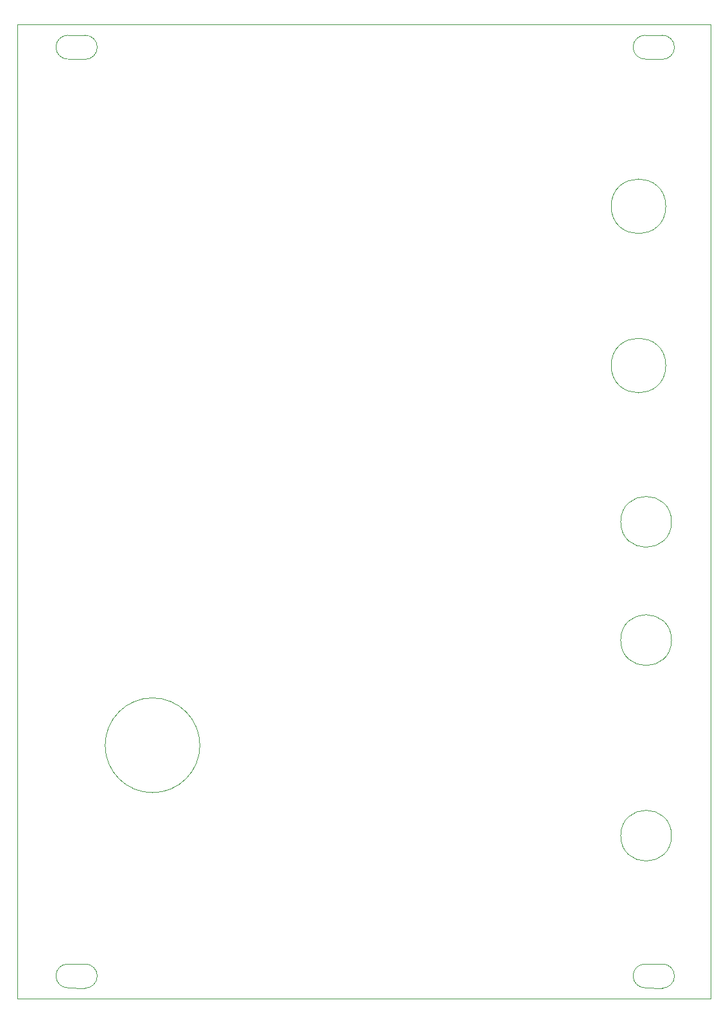
<source format=gbr>
%TF.GenerationSoftware,KiCad,Pcbnew,7.0.11*%
%TF.CreationDate,2025-10-10T23:19:54-07:00*%
%TF.ProjectId,frontpanel,66726f6e-7470-4616-9e65-6c2e6b696361,rev?*%
%TF.SameCoordinates,Original*%
%TF.FileFunction,Profile,NP*%
%FSLAX46Y46*%
G04 Gerber Fmt 4.6, Leading zero omitted, Abs format (unit mm)*
G04 Created by KiCad (PCBNEW 7.0.11) date 2025-10-10 23:19:54*
%MOMM*%
%LPD*%
G01*
G04 APERTURE LIST*
%TA.AperFunction,Profile*%
%ADD10C,0.050000*%
%TD*%
G04 APERTURE END LIST*
D10*
X84400000Y-24400000D02*
X175840000Y-24400000D01*
X175840000Y-152900000D01*
X84400000Y-152900000D01*
X84400000Y-24400000D01*
X169424853Y-151532329D02*
G75*
G03*
X169425000Y-148350269I25247J1591029D01*
G01*
X169900000Y-48400000D02*
G75*
G03*
X162700000Y-48400000I-3600000J0D01*
G01*
X162700000Y-48400000D02*
G75*
G03*
X169900000Y-48400000I3600000J0D01*
G01*
X91048842Y-151500000D02*
X93299274Y-151532276D01*
X169424853Y-29007539D02*
G75*
G03*
X169425000Y-25825459I25247J1591039D01*
G01*
X167175000Y-148350268D02*
X169425000Y-148350268D01*
X167174421Y-28975240D02*
X169424853Y-29007516D01*
X170650000Y-105625000D02*
G75*
G03*
X163950000Y-105625000I-3350000J0D01*
G01*
X163950000Y-105625000D02*
G75*
G03*
X170650000Y-105625000I3350000J0D01*
G01*
X167175000Y-25825458D02*
X169425000Y-25825458D01*
X91049421Y-148350207D02*
G75*
G03*
X91048842Y-151499999I-18821J-1574893D01*
G01*
X167175001Y-25825367D02*
G75*
G03*
X167174421Y-28975240I-18801J-1574933D01*
G01*
X170650000Y-90025000D02*
G75*
G03*
X163950000Y-90025000I-3350000J0D01*
G01*
X163950000Y-90025000D02*
G75*
G03*
X170650000Y-90025000I3350000J0D01*
G01*
X167174999Y-148350357D02*
G75*
G03*
X167174421Y-151500050I-18799J-1574843D01*
G01*
X93299275Y-29007389D02*
G75*
G03*
X93299421Y-25825409I25225J1590989D01*
G01*
X91049421Y-148350218D02*
X93299421Y-148350218D01*
X170650000Y-131425000D02*
G75*
G03*
X163950000Y-131425000I-3350000J0D01*
G01*
X163950000Y-131425000D02*
G75*
G03*
X170650000Y-131425000I3350000J0D01*
G01*
X91048842Y-28975190D02*
X93299274Y-29007466D01*
X91049421Y-25825417D02*
G75*
G03*
X91048842Y-28975189I-18821J-1574883D01*
G01*
X167174421Y-151500050D02*
X169424853Y-151532326D01*
X169900000Y-69400000D02*
G75*
G03*
X162700000Y-69400000I-3600000J0D01*
G01*
X162700000Y-69400000D02*
G75*
G03*
X169900000Y-69400000I3600000J0D01*
G01*
X91049421Y-25825408D02*
X93299421Y-25825408D01*
X108450000Y-119500000D02*
G75*
G03*
X95950000Y-119500000I-6250000J0D01*
G01*
X95950000Y-119500000D02*
G75*
G03*
X108450000Y-119500000I6250000J0D01*
G01*
X93299274Y-151532279D02*
G75*
G03*
X93299421Y-148350218I25216J1591029D01*
G01*
M02*

</source>
